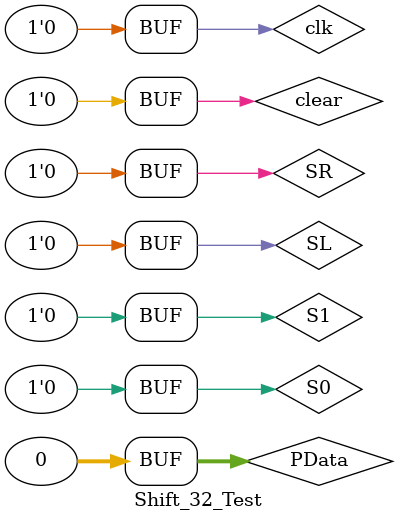
<source format=v>
`timescale 1ns / 1ps


module Shift_32_Test;

	// Inputs
	reg S0;
	reg S1;
	reg clk;
	reg SR;
	reg clear;
	reg [31:0] PData;
	reg SL;

	// Outputs
	wire [31:0] Q;

	// Instantiate the Unit Under Test (UUT)
	Shift_32 uut (
		.S0(S0), 
		.S1(S1), 
		.clk(clk), 
		.SR(SR), 
		.clear(clear), 
		.Q(Q), 
		.PData(PData), 
		.SL(SL)
	);

	initial begin
		// Initialize Inputs
		S0 = 0;
		S1 = 0;
		clk = 0;
		SR = 0;
		clear = 0;
		PData = 0;
		SL = 0;

		// Wait 100 ns for global reset to finish
		#100;
        
		// Add stimulus here

	end
      
endmodule


</source>
